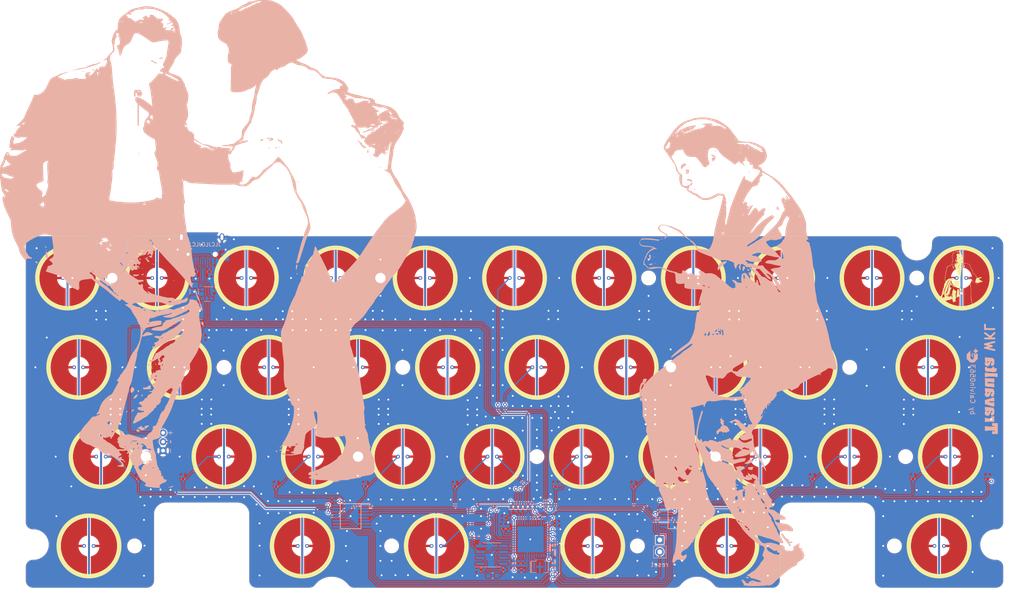
<source format=kicad_pcb>
(kicad_pcb
	(version 20240108)
	(generator "pcbnew")
	(generator_version "8.0")
	(general
		(thickness 1.59)
		(legacy_teardrops no)
	)
	(paper "A4")
	(layers
		(0 "F.Cu" signal)
		(1 "In1.Cu" signal)
		(2 "In2.Cu" signal)
		(31 "B.Cu" signal)
		(32 "B.Adhes" user "B.Adhesive")
		(33 "F.Adhes" user "F.Adhesive")
		(34 "B.Paste" user)
		(35 "F.Paste" user)
		(36 "B.SilkS" user "B.Silkscreen")
		(37 "F.SilkS" user "F.Silkscreen")
		(38 "B.Mask" user)
		(39 "F.Mask" user)
		(40 "Dwgs.User" user "User.Drawings")
		(41 "Cmts.User" user "User.Comments")
		(42 "Eco1.User" user "User.Eco1")
		(43 "Eco2.User" user "User.Eco2")
		(44 "Edge.Cuts" user)
		(45 "Margin" user)
		(46 "B.CrtYd" user "B.Courtyard")
		(47 "F.CrtYd" user "F.Courtyard")
		(48 "B.Fab" user)
		(49 "F.Fab" user)
		(50 "User.1" user)
		(51 "User.2" user)
		(52 "User.3" user)
		(53 "User.4" user)
		(54 "User.5" user)
		(55 "User.6" user)
		(56 "User.7" user)
		(57 "User.8" user)
		(58 "User.9" user)
	)
	(setup
		(stackup
			(layer "F.SilkS"
				(type "Top Silk Screen")
			)
			(layer "F.Paste"
				(type "Top Solder Paste")
			)
			(layer "F.Mask"
				(type "Top Solder Mask")
				(thickness 0.01)
			)
			(layer "F.Cu"
				(type "copper")
				(thickness 0.035)
			)
			(layer "dielectric 1"
				(type "prepreg")
				(thickness 0.2)
				(material "7628")
				(epsilon_r 4.6)
				(loss_tangent 0)
			)
			(layer "In1.Cu"
				(type "copper")
				(thickness 0.0175)
			)
			(layer "dielectric 2"
				(type "core")
				(thickness 1.065)
				(material "FR4")
				(epsilon_r 4.5)
				(loss_tangent 0.02)
			)
			(layer "In2.Cu"
				(type "copper")
				(thickness 0.0175)
			)
			(layer "dielectric 3"
				(type "prepreg")
				(thickness 0.2)
				(material "7628")
				(epsilon_r 4.6)
				(loss_tangent 0)
			)
			(layer "B.Cu"
				(type "copper")
				(thickness 0.035)
			)
			(layer "B.Mask"
				(type "Bottom Solder Mask")
				(thickness 0.01)
			)
			(layer "B.Paste"
				(type "Bottom Solder Paste")
			)
			(layer "B.SilkS"
				(type "Bottom Silk Screen")
			)
			(copper_finish "None")
			(dielectric_constraints no)
		)
		(pad_to_mask_clearance 0)
		(allow_soldermask_bridges_in_footprints no)
		(pcbplotparams
			(layerselection 0x00010fc_ffffffff)
			(plot_on_all_layers_selection 0x0000000_00000000)
			(disableapertmacros no)
			(usegerberextensions no)
			(usegerberattributes yes)
			(usegerberadvancedattributes yes)
			(creategerberjobfile yes)
			(dashed_line_dash_ratio 12.000000)
			(dashed_line_gap_ratio 3.000000)
			(svgprecision 6)
			(plotframeref no)
			(viasonmask no)
			(mode 1)
			(useauxorigin no)
			(hpglpennumber 1)
			(hpglpenspeed 20)
			(hpglpendiameter 15.000000)
			(pdf_front_fp_property_popups yes)
			(pdf_back_fp_property_popups yes)
			(dxfpolygonmode yes)
			(dxfimperialunits yes)
			(dxfusepcbnewfont yes)
			(psnegative no)
			(psa4output no)
			(plotreference yes)
			(plotvalue yes)
			(plotfptext yes)
			(plotinvisibletext no)
			(sketchpadsonfab no)
			(subtractmaskfromsilk no)
			(outputformat 1)
			(mirror no)
			(drillshape 0)
			(scaleselection 1)
			(outputdirectory "Production")
		)
	)
	(net 0 "")
	(net 1 "GND")
	(net 2 "D-")
	(net 3 "D+")
	(net 4 "VCC")
	(net 5 "+5V")
	(net 6 "Net-(U1-VCAP1)")
	(net 7 "NRST")
	(net 8 "APLEX_OUT_PIN_0")
	(net 9 "ROW0")
	(net 10 "ROW1")
	(net 11 "Net-(JP1-B)")
	(net 12 "VBAT")
	(net 13 "BOOT1")
	(net 14 "COL0")
	(net 15 "COL1")
	(net 16 "COL2")
	(net 17 "COL3")
	(net 18 "COL4")
	(net 19 "COL5")
	(net 20 "COL6")
	(net 21 "COL7")
	(net 22 "COL8")
	(net 23 "COL9")
	(net 24 "ROW2")
	(net 25 "ROW3")
	(net 26 "Net-(U1-PB12)")
	(net 27 "Net-(U1-PB15)")
	(net 28 "Net-(U1-PA10)")
	(net 29 "XTAL0")
	(net 30 "XTAL1")
	(net 31 "Net-(U1-PB14)")
	(net 32 "Net-(U1-PB13)")
	(net 33 "Net-(USB1-CC1)")
	(net 34 "Net-(USB1-CC2)")
	(net 35 "unconnected-(U1-PC13-Pad2)")
	(net 36 "unconnected-(U1-PC14-Pad3)")
	(net 37 "unconnected-(U1-PC15-Pad4)")
	(net 38 "unconnected-(U1-PA0-Pad10)")
	(net 39 "SWDIO")
	(net 40 "SWCLK")
	(net 41 "ADC")
	(net 42 "unconnected-(U1-PA1-Pad11)")
	(net 43 "AMUX_SEL_2")
	(net 44 "AMUX_SEL_1")
	(net 45 "AMUX_SEL_0")
	(net 46 "BOOT0")
	(net 47 "APLEX_EN_PIN_1")
	(net 48 "APLEX_EN_PIN_0")
	(net 49 "unconnected-(U1-PA2-Pad12)")
	(net 50 "unconnected-(U1-PB6-Pad42)")
	(net 51 "RGB")
	(net 52 "unconnected-(U1-PA8-Pad29)")
	(net 53 "unconnected-(U1-PA9-Pad30)")
	(net 54 "unconnected-(U1-PA15-Pad38)")
	(net 55 "unconnected-(U1-PB8-Pad45)")
	(net 56 "unconnected-(U1-PB9-Pad46)")
	(net 57 "unconnected-(USB1-SBU2-Pad3)")
	(net 58 "unconnected-(USB1-SBU1-Pad9)")
	(net 59 "unconnected-(U1-PA5-Pad15)")
	(net 60 "unconnected-(U1-PA6-Pad16)")
	(net 61 "unconnected-(U1-PB10-Pad21)")
	(net 62 "unconnected-(U1-PB7-Pad43)")
	(net 63 "COL10")
	(footprint "cipulot_parts:ecs_pad_1U_no_ring" (layer "F.Cu") (at 211.1375 76.2))
	(footprint "cipulot_parts:HOLE_M2" (layer "F.Cu") (at 120.65 57.15))
	(footprint "cipulot_parts:ecs_pad_1U_no_ring" (layer "F.Cu") (at 163.5125 95.25 180))
	(footprint "cipulot_parts:HOLE_M2" (layer "F.Cu") (at 153.9875 95.25))
	(footprint "cipulot_parts:ecs_pad_1U_no_ring" (layer "F.Cu") (at 115.8875 76.2))
	(footprint "cipulot_parts:ecs_pad_1U_no_ring" (layer "F.Cu") (at 173.0375 76.2))
	(footprint "cipulot_parts:ecs_pad_1U_no_ring" (layer "F.Cu") (at 53.975 57.15))
	(footprint "cipulot_parts:ecs_pad_1U_no_ring" (layer "F.Cu") (at 206.375 57.15))
	(footprint "cipulot_parts:ecs_pad_1U_no_ring" (layer "F.Cu") (at 182.5625 95.25 180))
	(footprint "cipulot_parts:HOLE_M2" (layer "F.Cu") (at 63.5 57.15))
	(footprint "cipulot_parts:ecs_pad_1U_no_ring" (layer "F.Cu") (at 111.125 57.15))
	(footprint "cipulot_parts:ecs_pad_1U_no_ring" (layer "F.Cu") (at 153.9875 76.2))
	(footprint "cipulot_parts:ecs_pad_1U_no_ring" (layer "F.Cu") (at 56.358 76.2))
	(footprint "cipulot_parts:ecs_pad_1U_no_ring"
		(locked yes)
		(layer "F.Cu")
		(uuid "37ed9ce4-b88b-4a47-8cec-cd1f20b0557b")
		(at 87.3125 95.25 180)
		(descr " StepUp generated footprint")
		(property "Reference" "SW23"
			(at -6 -8 0)
			(layer "Dwgs.User")
			(uuid "0308cd82-3109-42fe-b61f-6c5caebcbc01")
			(effects
				(font
					(size 0.8 0.8)
					(thickness 0.12)
				)
			)
		)
		(property "Value" "EC_SW"
			(at -4.9 -5.6 0)
			(layer "F.SilkS")
			(hide yes)
			(uuid "6708eab0-c44c-4803-9bad-271bd3fb63a0")
			(effects
				(font
					(size 0.8 0.8)
					(thickness 0.12)
				)
			)
		)
		(property "Footprint" ""
			(at 0 0 180)
			(layer "F.Fab")
			(hide yes)
			(uuid "5d3d2d0a-ff02-4e89-972b-e5498580286b")
			(effects
				(font
					(size 1.27 1.27)
					(thickness 0.15)
				)
			)
		)
		(property "Datasheet" ""
			(at 0 0 180)
			(layer "F.Fab")
			(hide yes)
			(uuid "8d61636a-f559-4039-85b9-076625e6ef5c")
			(effects
				(font
					(size 1.27 1.27)
					(thickness 0.15)
				)
			)
		)
		(property "Description" ""
			(at 0 0 180)
			(layer "F.Fab")
			(hide yes)
			(uuid "fea70beb-0964-4d7b-becc-023a57223bcc")
			(effects
				(font
					(size 1.27 1.27)
					(thickness 0.15)
				)
			)
		)
		(path "/d0785ffc-20d6-4c18-9daf-1bbd2a4da96a/4be38ac9-c9df-4ec7-9009-a17cb6d464a7")
		(sheetname "matrix")
		(sheetfile "matrix WKL.kicad_sch")
		(attr smd exclude_from_pos_files exclude_from_bom)
		(fp_circle
			(center 0 0)
			(end 6.467 0)
			(stroke
				(width 0.9)
				(type solid)
			)
			(fill none)
			(layer "F.SilkS")
			(uuid "8c260897-7f92-4354-b321-189c183b1aca")
		)
		(fp_line
			(start 9.3 2.804622)
			(end 9.3 6.1)
			(stroke
				(width 0.1)
				(type solid)
			)
			(layer "Dwgs.User")
			(uuid "750c48ec-157e-4212-88ac-3336fab6f030")
		)
		(fp_line
			(start 9.3 1.4)
			(end 9.3 2.804622)
			(stroke
				(width 0.1)
				(type solid)
			)
			(layer "Dwgs.User")
			(uuid "76165aca-9d41-410b-a77f-abf1b63822aa")
		)
		(fp_line
			(start 9.3 -1.4)
			(end 8.824333 -1.110619)
			(stroke
				(width 0.1)
				(type solid)
			)
			(layer "Dwgs.User")
			(uuid "f99e1676-55e8-48f4-aa36-5eb924e9e635")
		)
		(fp_line
			(start 9.3 -2.804622)
			(end 9.3 -1.4)
			(stroke
				(width 0.1)
				(type solid)
			)
			(layer "Dwgs.User")
			(uuid "6d4485f8-0b44-46a9-b77a-50360e94d187")
		)
		(fp_line
			(start 9.3 -6.1)
			(end 9.3 -2.804622)
			(stroke
				(width 0.1)
				(type solid)
			)
			(layer "Dwgs.User")
			(uuid "01743095-7fb5-457c-b2e6-10bc75dd4d97")
		)
		(fp_line
			(start 8.824333 1.110619)
			(end 9.3 1.4)
			(stroke
				(width 0.1)
				(type solid)
			)
			(layer "Dwgs.User")
			(uuid "df28d739-04ca-4123-affb-193b581f2a6a")
		)
		(fp_line
			(start 7.3 5.67)
			(end 5.97 7)
			(stroke
				(width 0.1)
				(type solid)
			)
			(layer "Dwgs.User")
			(uuid "e219fb71-94d7-40f8-a5ca-f71e8537968c")
		)
		(fp_line
			(start 7.3 -5.67)
			(end 7.3 5.67)
			(stroke
				(width 0.1)
				(type solid)
			)
			(layer "Dwgs.User")
			(uuid "b5f8c9d6-be01-4396-b0c3-4c33c22d2026")
		)
		(fp_line
			(start 6.3 9.1)
			(end -6.3 9.1)
			(stroke
				(width 0.1)
				(type solid)
			)
			(layer "Dwgs.User")
			(uuid "f989aaa9-df6d-4b4a-bafe-145fedec65de")
		)
		(fp_line
			(start 5.97 7)
			(end -5.97 7)
			(stroke
				(width 0.1)
				(type solid)
			)
			(layer "Dwgs.User")
			(uuid "121cd0a7-6d1c-48b1-b4c8-f86d463a4b6c")
		)
		(fp_line
			(start 5.97 -7)
			(end 7.3 -5.67)
			(stroke
				(width 0.1)
				(type solid)
			)
			(layer "Dwgs.User")
			(uuid "a7eebc86-9a07-4821-9942-8914b9b1832b")
		)
		(fp_line
			(start -5.97 7)
			(end -7.3 5.67)
			(stroke
				(width 0.1)
				(type solid)
			)
			(layer "Dwgs.User")
			(uuid "dbd26bc7-ce92-42de-ab1a-93436f19d58f")
		)
		(fp_line
			(start -5.97 -7)
			(end 5.97 -7)
			(stroke
				(width 0.1)
				(type solid)
			)
			(layer "Dwgs.User")
			(uuid "ba6a63a4-e17f-4e47-bd7d-74dbd6c315bc")
		)
		(fp_line
			(start -6.3 -9.1)
			(end 6.3 -9.1)
			(stroke
				(width 0.1)
				(type solid)
			)
			(layer "Dwgs.User")
			(uuid "715e9110-5753-4827-9c23-59a00075a346")
		)
		(fp_line
			(start -7.3 5.67)
			(end -5.97 7)
			(stroke
				(width 0.1)
				(type solid)
			)
			(layer "Dwgs.User")
			(uuid "a43c545b-5904-45fd-b9d4-eb48b21ea96e")
		)
		(fp_line
			(start -7.3 5.67)
			(end -7.3 -5.67)
			(stroke
				(width 0.1)
				(type solid)
			)
			(layer "Dwgs.User")
			(uuid "87badadc-ded8-4436-9803-4985b794b79c")
		)
		(fp_line
			(start -7.3 -5.67)
			(end -5.97 -7)
			(stroke
				(width 0.1)
				(type solid)
			)
			(layer "Dwgs.User")
			(uuid "384a89e8-db0c-4eb1-83c4-088d31383cde")
		)
		(fp_line
			(start -8.824333 -1.110619)
			(end -9.3 -1.4)
			(stroke
				(width 0.1)
				(type solid)
			)
			(layer "Dwgs.User")
			(uuid "b774f8bb-2c6f-4789-b788-e4d4d028bcf7")
		)
		(fp_line
			(start -9.3 6.1)
			(end -9.3 2.804622)
			(stroke
				(width 0.1)
				(type solid)
			)
			(layer "Dwgs.User")
			(uuid "98d714d8-47e4-4ca5-b430-e1a72cdf6b2c")
		)
		(fp_line
			(start -9.3 2.804622)
			(end -9.3 1.4)
			(stroke
				(width 0.1)
				(type solid)
			)
			(layer "Dwgs.User")
			(uuid "29d8928d-8958-47e2-9683-8d0ac98f0a74")
		)
		(fp_line
			(start -9.3 1.4)
			(end -8.824333 1.110619)
			(stroke
				(width 0.1)
				(type solid)
			)
			(layer "Dwgs.User")
			(uuid "ee71bac4-bec9-4181-bb83-8b5da9272d26")
		)
		(fp_line
			(start -9.3 -1.4)
			(end -9.3 -2.804622)
			(stroke
				(width 0.1)
				(type solid)
			)
			(layer "Dwgs.User")
			(uuid "fb6f18bf-6401-4e2a-9410-05e593296bb9")
		)
		(fp_line
			(start -9.3 -2.804622)
			(end -9.3 -6.1)
			(stroke
				(width 0.1)
				(type solid)
			)
			(layer "Dwgs.User")
			(uuid "4b5d2d00-c7f4-4a99-b6b8-4030730845eb")
		)
		(fp_arc
			(start 9.3 6.1)
			(mid 8.42132 8.22132)
			(end 6.3 9.1)
			(stroke
				(width 0.1)
				(type solid)
			)
			(layer "Dwgs.User")
			(uuid "3bb2f7ff-1026-44f4-9d37-ecbea65a48e1")
		)
		(fp_arc
			(start 8.824333 1.110619)
			(mid 8.2 0)
			(end 8.824333 -1.110619)
			(stroke
				(width 0.1)
				(type solid)
			)
			(layer "Dwgs.User")
			(uuid "040a0ff3-0097-4cb4-9f2b-6cf40a33a6de")
		)
		(fp_arc
			(start 6.3 -9.1)
			(mid 8.42132 -8.22132)
			(end 9.3 -6.1)
			(stroke
				(width 0.1)
				(type solid)
			)
			(layer "Dwgs.User")
			(uuid "60ec5810-96cb-46f3-baab-20cb531bd17b")
		)
		(fp_arc
			(start -6.3 9.1)
			(mid -8.42132 8.22132)
			(end -9.3 6.1)
			(stroke
				(width 0.1)
				(type solid)
			)
			(layer "Dwgs.User")
			(uuid "2eb8df2b-8589-48a4-8205-46c34a24d6ef")
		)
		(fp_arc
			(start -8.824333 -1.110619)
			(mid -8.2 0)
			(end -8.824333 1.110619)
			(stroke
				(width 0.1)
				(type solid)
			)
			(layer "Dwgs.User")
			(uuid "8cbb6704-493a-45a8-8e48-7dcde4fe8288")
		)
		(fp_arc
			(start -9.3 -6.1)
			(mid -8.42132 -8.22132)
			(end -6.3 -9.1)
			(stroke
				(width 0.1)
				(type solid)
			)
			(layer "Dwgs.User")
			(uuid "2384be9a-f6c7-4bec-82b3-71f1d8053f62")
		)
		(fp_text user "${REFERENCE}"
			(at 0 -2.5 0)
			(layer "F.Fab")
			(uuid "5dbf1e23-05d0-415e-b533-5cfdb51601d3")
			(effects
				(font
					(size 0.8 0.8)
					(thickness 0.12)
				)
			)
		)
		(pad "1" smd custom
			(at -1 0 180)
			(size 0.4 0.4)
			(layers "F.Cu")
			(net 24 "ROW2")
			(pinfunction "1")
			(pintype "passive")
			(zone_connect 0)
			(options
				(clearance outline)
				(anchor circle)
			)
			(primitives
				(gr_poly
					(pts
						(xy 0.6 -2.214159) (xy 0.320477 -2.144936) (xy 0.052085 -2.040578) (xy -0.20078 -1.902795) (xy -0.433976 -1.733843)
						(xy -0.643683 -1.536492) (xy -0.826466 -1.313972) (xy -0.979332 -1.069928) (xy -1.099775 -0.80836)
						(xy -1.185824 -0.53355) (xy -1.236068 -0.25) (xy 0 -0.25) (xy 0.095671 -0.23097) (xy 0.176777 -0.176777)
						(xy 0.23097 -0.095671) (xy 0.25 0) (xy 0.23097 0.095671) (xy 0.176777 0.176777) (xy 0.095671 0.23097)
						(xy 0 0.25) (xy -1.236068 0.25) (xy -1.185824 0.53355) (xy -1.099775 0.80836) (xy -0.979332 1.069928)
						(xy -0.826466 1.313972) (xy -0.643683 1.536492) (xy -0.433976 1.733843) (xy -0.20078 1.902795)
						(xy 0.052085 2.040578) (xy 0.320477 2.144936) (xy 0.6 2.214159) (xy 0.6 5.986652) (xy 0.115133 5.934392)
						(xy -0.363889 5.842928) (xy -0.8339 5.712864) (xy -1.291796 5.545058) (xy -1.734552 5.34062) (xy -2.159242 5.100901)
						(xy -2.563061 4.827483) (xy -2.943342 4.522174) (xy -3.297572 4.186989) (xy -3.62341 3.824144)
						(xy -3.918705 3.436035) (xy -4.181506 3.025227) (xy -4.410075 2.594434) (xy -4.602904 2.1465)
						(xy -4.758719 1.684386) (xy -4.876489 1.211145) (xy -4.955438 0.729902) (xy -4.995043 0.243838)
						(xy -4.995043 -0.243838) (xy -4.955438 -0.729902) (xy -4.876489 -1.211145) (xy -4.758719 -1.684386)
						(xy -4.602904 -2.1465) (xy -4.410075 -2.594434) (xy -4.181506 -3.025227) (xy -3.918705 -3.436035)
						(xy -3.62341 -3.824144) (xy -3.297572 -4.186989) (xy -2.943342 -4.522174) (xy -2.563061 -4.827483)
						(xy -2.159242 -5.100901) (xy -1.734552 -5.34062) (xy -1.291796 -5.545058) (xy -0.8339 -5.712864)
						(xy -0.363889 -5.842928) (xy 0.115133 -5.934392) (xy 0.6 -5.986652)
					)
					(width 0)
					(fill yes)
				)
			)
			(uuid "0d7684fa-7505-4ccd-89ab-26a4997918f1")
		)
		(pad "2" smd custom
			(at 1 0)
			(size 0.4 0.4)
			(layers "F.Cu")
			(net 15 "COL1")
			(pinfunction "2")
			(pintype "passive")
			(zone_connect 0)
			(options
				(clearance outline)
				(anchor circle)
			)
			(primitives
				(gr_poly
					(pts
						(xy 0.6 -2.214159) (xy 0.320477 -2.144936) (xy 0.052085 -2.040578) (xy -0.20078 -1.902795) (xy -0.433976 -1.733843)
						(xy -0.643683 -1.536492) (xy -0.826466 -1.313972) (xy -0.979332 -1.069928) (xy -1.099775 -0.80836)
						(xy -1.185824 -0.53355) (xy -1.236068 -0.25) (xy 0 -0.25) (xy 0.095671 -0.23097) (xy 0.176777 -0.176777)
						(xy 0.23097 -0.095671) (xy 0.25 0) (xy 0.23097 0.095671) (xy 0.176777 0.176777) (xy 0.095671 0.23097)
						(xy 0 0.25) (xy -1.236068 0.25) (xy -1.185824 0.53355) (xy -1.099775 0.80836) (xy -0.979332 1.069928)
						(xy -0.826466 1.313972) (xy -0.643683 1.536492) (xy -0.433976 1.733843) (xy -0.20078 1.902795)
						(xy 0.052085 2.040578) (xy 0.320477 2.144936) (xy 0.6 2.214159) (xy 0.6 5.986652) (xy 0.115133 5.934392)
						(xy -0.363889 5.842928) (xy -0.8339 5.712864) (xy -1.291796 5.545058) (xy -1.734552 5.34062) (xy -2.159242 5.100901)
						(xy -2.563061 4.827483) (xy -2.943342 4.522174) (xy -3.297572 4.186989) (xy -3.62341 3.824144)
						(xy -3.918705 3.436035) (xy -4.181506 3.025227) (xy -4.410075 2.594434) (xy -4.602904 2.1465)
						(xy -4.758719 1.684386) (xy -4.876489 1.211145) (xy -4.955438 0.729902) (xy -4.995043 0.243838)
						(xy -4.995043 -0.243838) (xy -4.955438 -0.729902) (xy -4.876489 -1.211145) (xy -4.758719 -1.684386)
						(xy -4.602904 -2.1465) (xy -4.410075 -2.594434) (xy -4.181506 -3.025227) (xy -3.918705 -3.436035)
						(xy -3.62341 -3.824144) (xy -3.297572 -4.186989) (xy -2.943342 -4.522174) (xy -2.563061 -4.827483)
						(xy -2.159242 -5.100901) (xy -1.734552 -5.34062) (xy -1.291796 -5.545058) (xy -0.8339 -5.712864)
						(xy -0.363889 -5.842928) (xy 0.115133 -5.934392) (xy 0.6 -5.986652)
					)
					(width 0)
					(fill yes)
				)
			)
			(uuid "193ebf75-b1c6-4b12-8371-8f4df9fc7d78")
		)
		(pad "3" smd custom
			(at 0 0 180)
			(size 0.4 0.4)
			(layers "F.Cu")
			(net 1 "GND")
			(pinfunction "SG")
			(pintype "input")
			(zone_connect 2)
			(thermal_bridge_angle 45)
			(options
				(clearance convexhull)
				(anchor rect)
			)
			(primitives
				(gr_line
					(start 0 -7)
					(end 0 7)
					(width 0.4)
				)
			)
			(uuid "375b27ad-c1fd-42a4-b5b0-d5eac1d2c839")
		)
		(pad "3" smd custom
			(at 0 0 180)
			(size 0.4 0.4)
			(layers "B.Cu")
			(net 1 "GND")
			(pinfunction "SG")
			(pintype "input")
			(zone_connect 2)
			(thermal_bridge_angle 45)
			(options
				(clearance convexhull)
				(anchor rect)
			)
			(primitives
				(gr_line
					(start 0 -6.5)
					(end 0 6.5)
					(width 0.4)
				)
			)
			(uuid "e081934d-0341-4759-bc37-10e23fbc1484")
		)
		(zone
			(net 0)
			(net_name "")
			(layer "F.Cu")
			(uuid "fb0bcd49-990b-44c8-987c-2aad2b5f00fe")
			(hatch edge 0.508)
			(connect_pads
				(clearance 0)
			)
			(min_thickness 0.254)
			(filled_areas_thickness no)
			(keepout
				(tracks allowed)
				(vias allowed)
				(pads allowed)
				(copperpour not_allowed)
				(footprints allowed)
			)
			(fill
				(thermal_gap 0.508)
				(thermal_bridge_width 0.508)
			)
			(polygon
				(pts
					(xy 80.307595 95.25) (xy 80.326407 95.763027) (xy 80.382741 96.273298) (xy 80.476296 96.778073)
					(xy 80.606568 97.27464) (xy 80.772858 97.760333) (xy 80.974272 98.232543) (xy 81.20973 98.688734)
					(xy 81.477966 99.126455) (xy 81.777539 99.543356) (xy 82.106841 99.937196) (xy 82.464103 100.305862)
					(xy 82.847406 100.647372) (xy 83.25469 100.959893) (xy 83.68377 101.241745) (xy 84.13234 101.491416)
					(xy 84.59799 101.707564) (xy 85.07822 101.889028) (xy 85.570451 102.034833) (xy 86.072038 102.144197)
					(xy 86.580288 102.216531) (xy 87.092471 102.251449) (xy 87.605835 102.248761) (xy 88.117624 102.208482)
					(xy 88.625088 102.130829) (xy 89.125503 102.016219) (xy 89.61618 101.865267) (xy 90.094483 101.678784)
					(xy 90.557845 101.457772) (xy 91.003775 101.203418) (xy 91.42988 100.917087) (xy 91.83387 100.600319)
					(xy
... [2702078 chars truncated]
</source>
